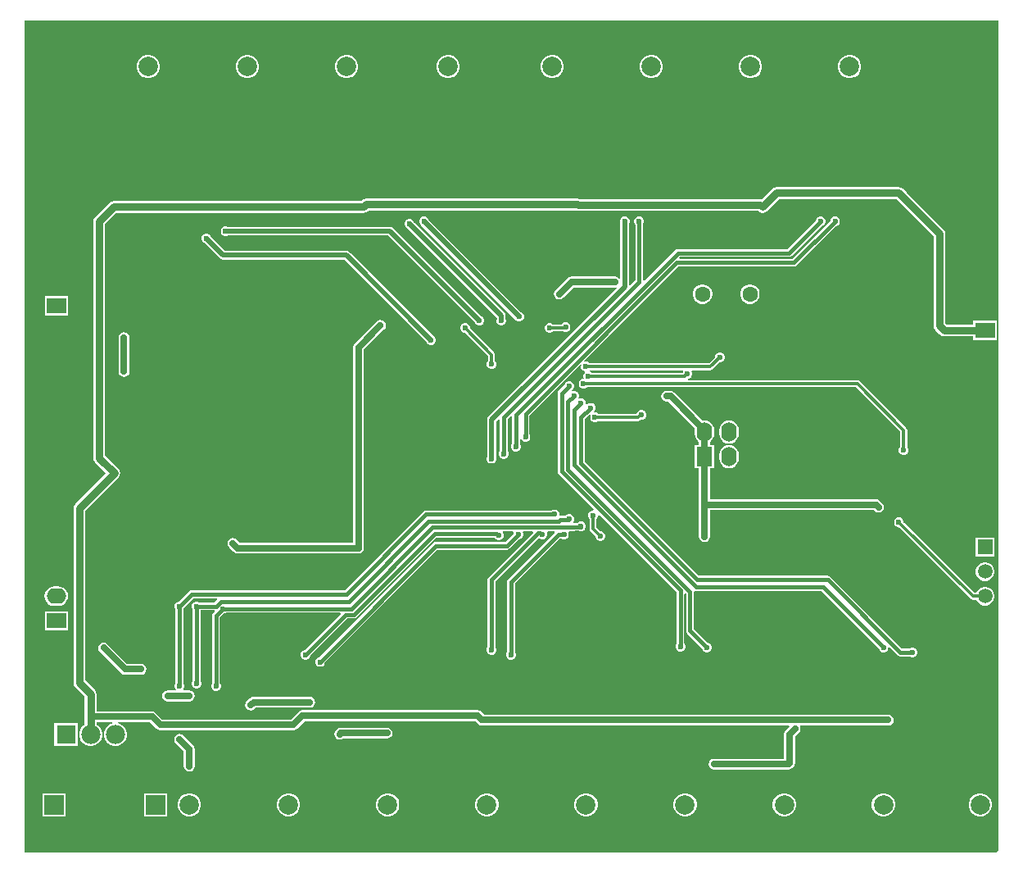
<source format=gbl>
G04*
G04 #@! TF.GenerationSoftware,Altium Limited,Altium Designer,22.7.1 (60)*
G04*
G04 Layer_Physical_Order=2*
G04 Layer_Color=16711680*
%FSLAX44Y44*%
%MOMM*%
G71*
G04*
G04 #@! TF.SameCoordinates,3B3FF853-3F63-4CB7-AB95-564DBE59FAD3*
G04*
G04*
G04 #@! TF.FilePolarity,Positive*
G04*
G01*
G75*
%ADD64C,0.7000*%
%ADD66C,0.4000*%
%ADD67C,0.3000*%
%ADD68C,0.5000*%
%ADD69R,2.0000X2.0000*%
%ADD70C,2.0000*%
%ADD71R,2.0000X1.6000*%
%ADD72O,2.0000X1.6000*%
%ADD73C,1.9800*%
%ADD74R,1.9800X1.9800*%
%ADD75C,1.5000*%
%ADD76R,1.5000X1.5000*%
%ADD77C,1.6000*%
%ADD78R,1.6000X2.0000*%
%ADD79O,1.6000X2.0000*%
%ADD80C,0.6000*%
%ADD81C,0.8000*%
G36*
X1014000Y13000D02*
X1012000Y11000D01*
X7000D01*
Y194000D01*
Y868730D01*
X7000Y869941D01*
X7006Y870000D01*
X8796Y870000D01*
X1014000D01*
Y13000D01*
D02*
G37*
%LPC*%
G36*
X861580Y834500D02*
X858420D01*
X855368Y833682D01*
X852632Y832102D01*
X850398Y829868D01*
X848818Y827132D01*
X848000Y824080D01*
Y820920D01*
X848818Y817868D01*
X850398Y815132D01*
X852632Y812898D01*
X855368Y811318D01*
X858420Y810500D01*
X861580D01*
X864632Y811318D01*
X867368Y812898D01*
X869602Y815132D01*
X871182Y817868D01*
X872000Y820920D01*
Y824080D01*
X871182Y827132D01*
X869602Y829868D01*
X867368Y832102D01*
X864632Y833682D01*
X861580Y834500D01*
D02*
G37*
G36*
X759080D02*
X755920D01*
X752868Y833682D01*
X750132Y832102D01*
X747898Y829868D01*
X746318Y827132D01*
X745500Y824080D01*
Y820920D01*
X746318Y817868D01*
X747898Y815132D01*
X750132Y812898D01*
X752868Y811318D01*
X755920Y810500D01*
X759080D01*
X762132Y811318D01*
X764868Y812898D01*
X767102Y815132D01*
X768682Y817868D01*
X769500Y820920D01*
Y824080D01*
X768682Y827132D01*
X767102Y829868D01*
X764868Y832102D01*
X762132Y833682D01*
X759080Y834500D01*
D02*
G37*
G36*
X656580D02*
X653420D01*
X650368Y833682D01*
X647632Y832102D01*
X645398Y829868D01*
X643818Y827132D01*
X643000Y824080D01*
Y820920D01*
X643818Y817868D01*
X645398Y815132D01*
X647632Y812898D01*
X650368Y811318D01*
X653420Y810500D01*
X656580D01*
X659632Y811318D01*
X662368Y812898D01*
X664602Y815132D01*
X666182Y817868D01*
X667000Y820920D01*
Y824080D01*
X666182Y827132D01*
X664602Y829868D01*
X662368Y832102D01*
X659632Y833682D01*
X656580Y834500D01*
D02*
G37*
G36*
X554080D02*
X550920D01*
X547868Y833682D01*
X545132Y832102D01*
X542898Y829868D01*
X541318Y827132D01*
X540500Y824080D01*
Y820920D01*
X541318Y817868D01*
X542898Y815132D01*
X545132Y812898D01*
X547868Y811318D01*
X550920Y810500D01*
X554080D01*
X557132Y811318D01*
X559868Y812898D01*
X562102Y815132D01*
X563682Y817868D01*
X564500Y820920D01*
Y824080D01*
X563682Y827132D01*
X562102Y829868D01*
X559868Y832102D01*
X557132Y833682D01*
X554080Y834500D01*
D02*
G37*
G36*
X446580D02*
X443420D01*
X440368Y833682D01*
X437632Y832102D01*
X435398Y829868D01*
X433818Y827132D01*
X433000Y824080D01*
Y820920D01*
X433818Y817868D01*
X435398Y815132D01*
X437632Y812898D01*
X440368Y811318D01*
X443420Y810500D01*
X446580D01*
X449632Y811318D01*
X452368Y812898D01*
X454602Y815132D01*
X456182Y817868D01*
X457000Y820920D01*
Y824080D01*
X456182Y827132D01*
X454602Y829868D01*
X452368Y832102D01*
X449632Y833682D01*
X446580Y834500D01*
D02*
G37*
G36*
X341580D02*
X338420D01*
X335368Y833682D01*
X332632Y832102D01*
X330398Y829868D01*
X328818Y827132D01*
X328000Y824080D01*
Y820920D01*
X328818Y817868D01*
X330398Y815132D01*
X332632Y812898D01*
X335368Y811318D01*
X338420Y810500D01*
X341580D01*
X344632Y811318D01*
X347368Y812898D01*
X349602Y815132D01*
X351182Y817868D01*
X352000Y820920D01*
Y824080D01*
X351182Y827132D01*
X349602Y829868D01*
X347368Y832102D01*
X344632Y833682D01*
X341580Y834500D01*
D02*
G37*
G36*
X239080D02*
X235920D01*
X232868Y833682D01*
X230132Y832102D01*
X227898Y829868D01*
X226318Y827132D01*
X225500Y824080D01*
Y820920D01*
X226318Y817868D01*
X227898Y815132D01*
X230132Y812898D01*
X232868Y811318D01*
X235920Y810500D01*
X239080D01*
X242132Y811318D01*
X244868Y812898D01*
X247102Y815132D01*
X248682Y817868D01*
X249500Y820920D01*
Y824080D01*
X248682Y827132D01*
X247102Y829868D01*
X244868Y832102D01*
X242132Y833682D01*
X239080Y834500D01*
D02*
G37*
G36*
X136580D02*
X133420D01*
X130368Y833682D01*
X127632Y832102D01*
X125398Y829868D01*
X123818Y827132D01*
X123000Y824080D01*
Y820920D01*
X123818Y817868D01*
X125398Y815132D01*
X127632Y812898D01*
X130368Y811318D01*
X133420Y810500D01*
X136580D01*
X139632Y811318D01*
X142368Y812898D01*
X144602Y815132D01*
X146182Y817868D01*
X147000Y820920D01*
Y824080D01*
X146182Y827132D01*
X144602Y829868D01*
X142368Y832102D01*
X139632Y833682D01*
X136580Y834500D01*
D02*
G37*
G36*
X911000Y698118D02*
X784500D01*
X782159Y697652D01*
X780174Y696326D01*
X769259Y685411D01*
X767945Y685672D01*
X581085D01*
X578847Y686118D01*
X360000D01*
X357659Y685652D01*
X355674Y684326D01*
X354966Y683617D01*
X99500D01*
X97159Y683152D01*
X95174Y681826D01*
X79988Y666639D01*
X78662Y664655D01*
X78196Y662314D01*
Y418186D01*
X78662Y415845D01*
X79988Y413861D01*
X91348Y402500D01*
X59674Y370826D01*
X58348Y368841D01*
X57882Y366500D01*
Y186000D01*
X58348Y183659D01*
X59674Y181674D01*
X69383Y171966D01*
Y151000D01*
Y142709D01*
X68193Y142022D01*
X65978Y139807D01*
X64411Y137093D01*
X63600Y134067D01*
Y130933D01*
X64411Y127907D01*
X65978Y125193D01*
X68193Y122978D01*
X70907Y121411D01*
X73933Y120600D01*
X77067D01*
X80093Y121411D01*
X82807Y122978D01*
X85022Y125193D01*
X86589Y127907D01*
X87400Y130933D01*
Y134067D01*
X86589Y137093D01*
X85022Y139807D01*
X82807Y142022D01*
X81617Y142709D01*
Y145392D01*
X98230D01*
X98397Y144122D01*
X96407Y143589D01*
X93693Y142022D01*
X91478Y139807D01*
X89911Y137093D01*
X89100Y134067D01*
Y130933D01*
X89911Y127907D01*
X91478Y125193D01*
X93693Y122978D01*
X96407Y121411D01*
X99433Y120600D01*
X102567D01*
X105593Y121411D01*
X108307Y122978D01*
X110522Y125193D01*
X112089Y127907D01*
X112900Y130933D01*
Y134067D01*
X112089Y137093D01*
X110522Y139807D01*
X108307Y142022D01*
X105593Y143589D01*
X103603Y144122D01*
X103770Y145392D01*
X136677D01*
X143535Y138535D01*
X145354Y137319D01*
X147500Y136892D01*
X285000D01*
X287146Y137319D01*
X288965Y138535D01*
X296823Y146392D01*
X473177D01*
X476035Y143535D01*
X477854Y142319D01*
X480000Y141892D01*
X797421D01*
X797907Y140719D01*
X794035Y136846D01*
X792819Y135027D01*
X792392Y132881D01*
Y107608D01*
X720000D01*
X717854Y107181D01*
X716035Y105965D01*
X714819Y104146D01*
X714392Y102000D01*
X714819Y99854D01*
X716035Y98035D01*
X717854Y96819D01*
X720000Y96392D01*
X797000D01*
X799146Y96819D01*
X800965Y98035D01*
X801965Y99035D01*
X803181Y100854D01*
X803608Y103000D01*
Y130558D01*
X807584Y134535D01*
X808800Y136354D01*
X809227Y138500D01*
X808800Y140646D01*
X808716Y140772D01*
X809314Y141892D01*
X900000D01*
X902146Y142319D01*
X903965Y143535D01*
X905181Y145354D01*
X905608Y147500D01*
X905181Y149646D01*
X903965Y151465D01*
X902146Y152681D01*
X900000Y153108D01*
X482323D01*
X479465Y155965D01*
X477646Y157181D01*
X475500Y157608D01*
X294500D01*
X292354Y157181D01*
X290535Y155965D01*
X282677Y148108D01*
X149823D01*
X142965Y154965D01*
X141146Y156181D01*
X139000Y156608D01*
X81617D01*
Y174500D01*
X81152Y176841D01*
X79826Y178826D01*
X70118Y188534D01*
Y363966D01*
X104326Y398174D01*
X105652Y400159D01*
X106117Y402500D01*
X105652Y404841D01*
X104326Y406826D01*
X90431Y420720D01*
Y659780D01*
X102034Y671383D01*
X357500D01*
X359841Y671848D01*
X361826Y673174D01*
X362534Y673883D01*
X577053D01*
X579292Y673437D01*
X765411D01*
X765674Y673174D01*
X767659Y671848D01*
X770000Y671383D01*
X772341Y671848D01*
X774326Y673174D01*
X787034Y685882D01*
X908466D01*
X910670Y683678D01*
X910670Y683678D01*
X946882Y647466D01*
Y554686D01*
X947348Y552345D01*
X948674Y550360D01*
X953361Y545674D01*
X955345Y544348D01*
X957686Y543882D01*
X988000D01*
Y540000D01*
X1012000D01*
Y560000D01*
X988000D01*
Y556118D01*
X960220D01*
X959118Y557220D01*
Y650000D01*
X958652Y652341D01*
X957326Y654326D01*
X919322Y692330D01*
X919322Y692330D01*
X915326Y696326D01*
X913341Y697652D01*
X911000Y698118D01*
D02*
G37*
G36*
X845995Y667500D02*
X844005D01*
X842168Y666739D01*
X840761Y665332D01*
X840000Y663495D01*
Y663268D01*
X800811Y624078D01*
X684678D01*
X684061Y625348D01*
X684509Y625922D01*
X797500D01*
X797500Y625922D01*
X799061Y626232D01*
X800384Y627116D01*
X830768Y657500D01*
X830995D01*
X832832Y658261D01*
X834239Y659668D01*
X835000Y661505D01*
Y663495D01*
X834239Y665332D01*
X832832Y666739D01*
X830995Y667500D01*
X829005D01*
X827168Y666739D01*
X825761Y665332D01*
X825000Y663495D01*
Y663268D01*
X795811Y634078D01*
X682500D01*
X682500Y634078D01*
X680939Y633768D01*
X679616Y632884D01*
X679616Y632884D01*
X647848Y601116D01*
X646578Y601642D01*
Y659507D01*
X646739Y659668D01*
X647500Y661505D01*
Y663495D01*
X646739Y665332D01*
X645332Y666739D01*
X643495Y667500D01*
X641505D01*
X639668Y666739D01*
X638261Y665332D01*
X637500Y663495D01*
Y661505D01*
X638261Y659668D01*
X638422Y659507D01*
Y601689D01*
X633261Y596529D01*
X632088Y597015D01*
Y660511D01*
X632500Y661505D01*
Y663495D01*
X631739Y665332D01*
X630332Y666739D01*
X628495Y667500D01*
X626505D01*
X624668Y666739D01*
X623261Y665332D01*
X622500Y663495D01*
Y661505D01*
X622912Y660511D01*
Y604086D01*
X621642Y603701D01*
X621465Y603965D01*
X619646Y605181D01*
X617500Y605608D01*
X572500D01*
X570354Y605181D01*
X568535Y603965D01*
X556035Y591465D01*
X554819Y589646D01*
X554392Y587500D01*
X554819Y585354D01*
X556035Y583535D01*
X557854Y582319D01*
X560000Y581892D01*
X562146Y582319D01*
X563965Y583535D01*
X574823Y594392D01*
X617500D01*
X618883Y594667D01*
X619508Y593497D01*
X486756Y460744D01*
X485761Y459256D01*
X485412Y457500D01*
Y419489D01*
X485000Y418495D01*
Y416505D01*
X485761Y414668D01*
X487168Y413261D01*
X489005Y412500D01*
X490995D01*
X492832Y413261D01*
X494239Y414668D01*
X495000Y416505D01*
Y418495D01*
X494588Y419489D01*
Y455600D01*
X497248Y458260D01*
X498422Y457774D01*
Y425493D01*
X498261Y425332D01*
X497500Y423495D01*
Y421505D01*
X498261Y419668D01*
X499668Y418261D01*
X501505Y417500D01*
X503495D01*
X505332Y418261D01*
X506739Y419668D01*
X507500Y421505D01*
Y423495D01*
X506739Y425332D01*
X506578Y425493D01*
Y458311D01*
X509652Y461384D01*
X510922Y460858D01*
Y432993D01*
X510761Y432832D01*
X510000Y430995D01*
Y429005D01*
X510761Y427168D01*
X512168Y425761D01*
X514005Y425000D01*
X515995D01*
X517832Y425761D01*
X519239Y427168D01*
X520000Y429005D01*
Y430995D01*
X519239Y432832D01*
X519078Y432993D01*
Y437912D01*
X520348Y438164D01*
X520761Y437168D01*
X522168Y435761D01*
X524005Y435000D01*
X525995D01*
X527832Y435761D01*
X529239Y437168D01*
X530000Y439005D01*
Y440995D01*
X529239Y442832D01*
X529078Y442993D01*
Y462210D01*
X581665Y514796D01*
X582741Y514077D01*
X582500Y513495D01*
Y511505D01*
X583261Y509668D01*
X584668Y508261D01*
X586242Y507609D01*
X586600Y506714D01*
X586659Y506230D01*
X585761Y505332D01*
X585000Y503495D01*
Y501505D01*
X585186Y501056D01*
X584481Y500000D01*
X584005D01*
X582168Y499239D01*
X580761Y497832D01*
X580000Y495995D01*
Y494005D01*
X580761Y492168D01*
X582168Y490761D01*
X584005Y490000D01*
X585995D01*
X587832Y490761D01*
X588503Y491431D01*
X866522D01*
X912431Y445522D01*
Y429502D01*
X911761Y428832D01*
X911000Y426995D01*
Y425005D01*
X911761Y423168D01*
X913168Y421761D01*
X915005Y421000D01*
X916995D01*
X918832Y421761D01*
X920239Y423168D01*
X921000Y425005D01*
Y426995D01*
X920239Y428832D01*
X919569Y429502D01*
Y447000D01*
X919297Y448366D01*
X918523Y449523D01*
X870523Y497523D01*
X869366Y498297D01*
X868000Y498569D01*
X693357D01*
X692718Y499839D01*
X692838Y500000D01*
X693495D01*
X695332Y500761D01*
X696739Y502168D01*
X697500Y504005D01*
Y505995D01*
X696810Y507661D01*
X697299Y508931D01*
X716144D01*
X717510Y509203D01*
X718668Y509977D01*
X726023Y517332D01*
X726971D01*
X728809Y518094D01*
X730216Y519500D01*
X730977Y521338D01*
Y523327D01*
X730216Y525165D01*
X728809Y526571D01*
X726971Y527332D01*
X724982D01*
X723145Y526571D01*
X721738Y525165D01*
X720977Y523327D01*
Y522379D01*
X714666Y516069D01*
X591003D01*
X590332Y516739D01*
X588495Y517500D01*
X586505D01*
X585923Y517259D01*
X585204Y518335D01*
X682790Y615922D01*
X802500D01*
X802500Y615922D01*
X804061Y616232D01*
X805384Y617116D01*
X845768Y657500D01*
X845995D01*
X847832Y658261D01*
X849239Y659668D01*
X850000Y661505D01*
Y663495D01*
X849239Y665332D01*
X847832Y666739D01*
X845995Y667500D01*
D02*
G37*
G36*
X758316Y597500D02*
X755684D01*
X753140Y596819D01*
X750860Y595502D01*
X748998Y593640D01*
X747682Y591360D01*
X747000Y588816D01*
Y586184D01*
X747682Y583640D01*
X748998Y581360D01*
X750860Y579498D01*
X753140Y578181D01*
X755684Y577500D01*
X758316D01*
X760860Y578181D01*
X763140Y579498D01*
X765002Y581360D01*
X766319Y583640D01*
X767000Y586184D01*
Y588816D01*
X766319Y591360D01*
X765002Y593640D01*
X763140Y595502D01*
X760860Y596819D01*
X758316Y597500D01*
D02*
G37*
G36*
X709316D02*
X706684D01*
X704140Y596819D01*
X701860Y595502D01*
X699998Y593640D01*
X698681Y591360D01*
X698000Y588816D01*
Y586184D01*
X698681Y583640D01*
X699998Y581360D01*
X701860Y579498D01*
X704140Y578181D01*
X706684Y577500D01*
X709316D01*
X711860Y578181D01*
X714140Y579498D01*
X716002Y581360D01*
X717318Y583640D01*
X718000Y586184D01*
Y588816D01*
X717318Y591360D01*
X716002Y593640D01*
X714140Y595502D01*
X711860Y596819D01*
X709316Y597500D01*
D02*
G37*
G36*
X52000Y585400D02*
X28000D01*
Y565400D01*
X52000D01*
Y585400D01*
D02*
G37*
G36*
X420995Y667500D02*
X419005D01*
X417168Y666739D01*
X415761Y665332D01*
X415000Y663495D01*
Y661505D01*
X415761Y659668D01*
X417168Y658261D01*
X418162Y657849D01*
X513796Y562215D01*
X514208Y561221D01*
X515614Y559814D01*
X517452Y559053D01*
X519441D01*
X521279Y559814D01*
X522686Y561221D01*
X523447Y563059D01*
Y565048D01*
X522686Y566886D01*
X521279Y568292D01*
X520285Y568704D01*
X424651Y664338D01*
X424239Y665332D01*
X422832Y666739D01*
X420995Y667500D01*
D02*
G37*
G36*
X567495Y558074D02*
X565505D01*
X563668Y557313D01*
X562710Y556356D01*
X553215D01*
X552832Y556739D01*
X550995Y557500D01*
X549005D01*
X547168Y556739D01*
X545761Y555332D01*
X545000Y553495D01*
Y551506D01*
X545761Y549668D01*
X547168Y548261D01*
X549005Y547500D01*
X550995D01*
X552832Y548261D01*
X553789Y549218D01*
X563284D01*
X563668Y548835D01*
X565505Y548074D01*
X567495D01*
X569332Y548835D01*
X570739Y550242D01*
X571500Y552080D01*
Y554069D01*
X570739Y555906D01*
X569332Y557313D01*
X567495Y558074D01*
D02*
G37*
G36*
X405995Y665000D02*
X404005D01*
X402168Y664239D01*
X400761Y662832D01*
X400000Y660995D01*
Y659005D01*
X400761Y657168D01*
X402168Y655761D01*
X403162Y655349D01*
X495412Y563100D01*
Y561989D01*
X495000Y560995D01*
Y559005D01*
X495761Y557168D01*
X497168Y555761D01*
X499005Y555000D01*
X500995D01*
X502832Y555761D01*
X504239Y557168D01*
X505000Y559005D01*
Y560995D01*
X504588Y561989D01*
Y565000D01*
X504239Y566756D01*
X503244Y568244D01*
X409651Y661838D01*
X409239Y662832D01*
X407832Y664239D01*
X405995Y665000D01*
D02*
G37*
G36*
X215995Y657500D02*
X214005D01*
X212168Y656739D01*
X210761Y655332D01*
X210000Y653495D01*
Y651505D01*
X210761Y649668D01*
X212168Y648261D01*
X214005Y647500D01*
X215995D01*
X216989Y647912D01*
X383100D01*
X472849Y558162D01*
X473261Y557168D01*
X474668Y555761D01*
X476505Y555000D01*
X478495D01*
X480332Y555761D01*
X481739Y557168D01*
X482500Y559005D01*
Y560995D01*
X481739Y562832D01*
X480332Y564239D01*
X479338Y564651D01*
X388244Y655744D01*
X386756Y656739D01*
X385000Y657088D01*
X216989D01*
X215995Y657500D01*
D02*
G37*
G36*
X195995Y650000D02*
X194005D01*
X192168Y649239D01*
X190761Y647832D01*
X190000Y645995D01*
Y644005D01*
X190761Y642168D01*
X192168Y640761D01*
X193162Y640349D01*
X209256Y624256D01*
X210744Y623261D01*
X212500Y622912D01*
X338100D01*
X422849Y538162D01*
X423261Y537168D01*
X424668Y535761D01*
X426505Y535000D01*
X428495D01*
X430332Y535761D01*
X431739Y537168D01*
X432500Y539005D01*
Y540995D01*
X431739Y542832D01*
X430332Y544239D01*
X429338Y544651D01*
X343244Y630744D01*
X341756Y631739D01*
X340000Y632088D01*
X214401D01*
X199651Y646838D01*
X199239Y647832D01*
X197832Y649239D01*
X195995Y650000D01*
D02*
G37*
G36*
X463495Y557500D02*
X461505D01*
X459668Y556739D01*
X458261Y555332D01*
X457500Y553495D01*
Y551506D01*
X458261Y549668D01*
X459668Y548261D01*
X461505Y547500D01*
X462453D01*
X486431Y523522D01*
Y518503D01*
X485761Y517832D01*
X485000Y515995D01*
Y514005D01*
X485761Y512168D01*
X487168Y510761D01*
X489005Y510000D01*
X490995D01*
X492832Y510761D01*
X494239Y512168D01*
X495000Y514005D01*
Y515995D01*
X494239Y517832D01*
X493569Y518503D01*
Y525000D01*
X493297Y526366D01*
X492523Y527523D01*
X467500Y552547D01*
Y553495D01*
X466739Y555332D01*
X465332Y556739D01*
X463495Y557500D01*
D02*
G37*
G36*
X110000Y548108D02*
X107854Y547681D01*
X106035Y546465D01*
X104819Y544646D01*
X104392Y542500D01*
Y507500D01*
X104819Y505354D01*
X106035Y503535D01*
X107854Y502319D01*
X110000Y501892D01*
X112146Y502319D01*
X113965Y503535D01*
X115181Y505354D01*
X115608Y507500D01*
Y542500D01*
X115181Y544646D01*
X113965Y546465D01*
X112146Y547681D01*
X110000Y548108D01*
D02*
G37*
G36*
X570995Y497500D02*
X569005D01*
X567168Y496739D01*
X565761Y495332D01*
X565000Y493495D01*
Y493268D01*
X559616Y487884D01*
X558732Y486561D01*
X558422Y485000D01*
X558422Y485000D01*
Y404015D01*
X558422Y404015D01*
X558732Y402454D01*
X559616Y401131D01*
X595477Y365270D01*
X594951Y364000D01*
X594005D01*
X592168Y363239D01*
X590761Y361832D01*
X590000Y359995D01*
Y358005D01*
X590761Y356168D01*
X591431Y355498D01*
Y345000D01*
X591703Y343634D01*
X592477Y342477D01*
X597500Y337453D01*
Y336505D01*
X598261Y334668D01*
X599668Y333261D01*
X601505Y332500D01*
X603495D01*
X605332Y333261D01*
X606739Y334668D01*
X607500Y336505D01*
Y338495D01*
X606739Y340332D01*
X605332Y341739D01*
X603495Y342500D01*
X602547D01*
X598569Y346478D01*
Y355498D01*
X599239Y356168D01*
X600000Y358005D01*
Y358951D01*
X601270Y359477D01*
X681003Y279744D01*
Y226463D01*
X680843Y226303D01*
X680082Y224465D01*
Y222476D01*
X680843Y220638D01*
X682249Y219231D01*
X684087Y218470D01*
X686076D01*
X687914Y219231D01*
X689321Y220638D01*
X690082Y222476D01*
Y224465D01*
X689321Y226303D01*
X689160Y226463D01*
Y277574D01*
X690430Y278203D01*
X690922Y277828D01*
Y240000D01*
X690922Y240000D01*
X691232Y238439D01*
X692116Y237116D01*
X707500Y221732D01*
Y221505D01*
X708261Y219668D01*
X709668Y218261D01*
X711505Y217500D01*
X713495D01*
X715332Y218261D01*
X716739Y219668D01*
X717500Y221505D01*
Y223495D01*
X716739Y225332D01*
X715332Y226739D01*
X713495Y227500D01*
X713268D01*
X699078Y241689D01*
Y280000D01*
X699078Y280000D01*
X699012Y280334D01*
X699483Y280783D01*
X700135Y281196D01*
X701515Y280922D01*
X830811D01*
X890000Y221732D01*
Y221505D01*
X890761Y219668D01*
X892168Y218261D01*
X894005Y217500D01*
X895995D01*
X897832Y218261D01*
X899239Y219668D01*
X900000Y221505D01*
Y222436D01*
X901270Y222962D01*
X909616Y214616D01*
X909616Y214616D01*
X910939Y213732D01*
X912500Y213422D01*
X912500Y213422D01*
X922007D01*
X922168Y213261D01*
X924005Y212500D01*
X925995D01*
X927832Y213261D01*
X929239Y214668D01*
X930000Y216505D01*
Y218495D01*
X929239Y220332D01*
X927832Y221739D01*
X925995Y222500D01*
X924005D01*
X922168Y221739D01*
X922007Y221578D01*
X914189D01*
X840384Y295384D01*
X839061Y296268D01*
X837500Y296578D01*
X837500Y296578D01*
X704189D01*
X586578Y414189D01*
Y458355D01*
X591414Y463191D01*
X592491Y462471D01*
X591879Y460995D01*
Y459005D01*
X592640Y457168D01*
X594047Y455761D01*
X595884Y455000D01*
X597873D01*
X599711Y455761D01*
X600381Y456431D01*
X641688D01*
X643054Y456703D01*
X644212Y457477D01*
X644235Y457500D01*
X645995D01*
X647832Y458261D01*
X649239Y459668D01*
X650000Y461505D01*
Y463495D01*
X649239Y465332D01*
X647832Y466739D01*
X645995Y467500D01*
X644005D01*
X642168Y466739D01*
X640761Y465332D01*
X640031Y463569D01*
X600381D01*
X599711Y464239D01*
X597873Y465000D01*
X596367D01*
X595811Y466239D01*
X596739Y467168D01*
X597500Y469005D01*
Y470995D01*
X596739Y472832D01*
X595332Y474239D01*
X593495Y475000D01*
X591505D01*
X589668Y474239D01*
X588479Y473050D01*
X587402Y473769D01*
X587500Y474005D01*
Y475995D01*
X586739Y477832D01*
X585332Y479239D01*
X583495Y480000D01*
X581505D01*
X580595Y479623D01*
X579623Y480595D01*
X580000Y481505D01*
Y483495D01*
X579239Y485332D01*
X577832Y486739D01*
X575995Y487500D01*
X574005D01*
X573769Y487402D01*
X573050Y488479D01*
X574239Y489668D01*
X575000Y491505D01*
Y493495D01*
X574239Y495332D01*
X572832Y496739D01*
X570995Y497500D01*
D02*
G37*
G36*
X735400Y457086D02*
X732790Y456743D01*
X730357Y455735D01*
X728268Y454132D01*
X726665Y452043D01*
X725657Y449610D01*
X725314Y447000D01*
Y443000D01*
X725657Y440390D01*
X726665Y437957D01*
X728268Y435868D01*
X730357Y434265D01*
X732790Y433257D01*
X734378Y433048D01*
X735197Y432940D01*
Y431660D01*
X734378Y431552D01*
X732790Y431343D01*
X730357Y430335D01*
X728268Y428732D01*
X726665Y426643D01*
X725657Y424211D01*
X725314Y421600D01*
Y417600D01*
X725657Y414990D01*
X726665Y412557D01*
X728268Y410468D01*
X730357Y408865D01*
X732790Y407857D01*
X735400Y407514D01*
X738010Y407857D01*
X740443Y408865D01*
X742532Y410468D01*
X744135Y412557D01*
X745143Y414990D01*
X745486Y417600D01*
Y421600D01*
X745143Y424211D01*
X744135Y426643D01*
X742532Y428732D01*
X740443Y430335D01*
X738010Y431343D01*
X736422Y431552D01*
X735603Y431660D01*
Y432940D01*
X736422Y433048D01*
X738010Y433257D01*
X740443Y434265D01*
X742532Y435868D01*
X744135Y437957D01*
X745143Y440390D01*
X745486Y443000D01*
Y447000D01*
X745143Y449610D01*
X744135Y452043D01*
X742532Y454132D01*
X740443Y455735D01*
X738010Y456743D01*
X735400Y457086D01*
D02*
G37*
G36*
X675000Y487608D02*
X671000D01*
X668854Y487181D01*
X667035Y485965D01*
X665819Y484146D01*
X665392Y482000D01*
X665819Y479854D01*
X667035Y478035D01*
X668854Y476819D01*
X671000Y476392D01*
X672677D01*
X700164Y448905D01*
X699914Y447000D01*
Y443000D01*
X700257Y440390D01*
X701265Y437957D01*
X702868Y435868D01*
X704392Y434698D01*
Y431600D01*
X700000D01*
Y407600D01*
X704392D01*
Y370000D01*
Y337000D01*
X704819Y334854D01*
X706035Y333035D01*
X707854Y331819D01*
X710000Y331392D01*
X712146Y331819D01*
X713965Y333035D01*
X715181Y334854D01*
X715608Y337000D01*
Y364392D01*
X885177D01*
X886035Y363535D01*
X887854Y362319D01*
X890000Y361892D01*
X892146Y362319D01*
X893965Y363535D01*
X895181Y365354D01*
X895608Y367500D01*
X895181Y369646D01*
X893965Y371465D01*
X891465Y373965D01*
X889646Y375181D01*
X887500Y375608D01*
X715608D01*
Y407600D01*
X720000D01*
Y431600D01*
X715608D01*
Y434698D01*
X717132Y435868D01*
X718735Y437957D01*
X719743Y440390D01*
X720086Y443000D01*
Y447000D01*
X719743Y449610D01*
X718735Y452043D01*
X717132Y454132D01*
X715043Y455735D01*
X712610Y456743D01*
X710000Y457086D01*
X708095Y456836D01*
X678965Y485965D01*
X677146Y487181D01*
X675000Y487608D01*
D02*
G37*
G36*
X555995Y365000D02*
X554005D01*
X552168Y364239D01*
X552007Y364078D01*
X422500D01*
X420939Y363768D01*
X419616Y362884D01*
X419616Y362884D01*
X338311Y281578D01*
X180000D01*
X178439Y281268D01*
X177116Y280384D01*
X177116Y280384D01*
X166732Y270000D01*
X166505D01*
X164668Y269239D01*
X163261Y267832D01*
X162500Y265995D01*
Y264005D01*
X163261Y262168D01*
X163422Y262007D01*
Y185493D01*
X163261Y185332D01*
X162500Y183495D01*
Y181505D01*
X163261Y179668D01*
X163551Y179378D01*
X163025Y178108D01*
X155000D01*
X152854Y177681D01*
X151035Y176465D01*
X149819Y174646D01*
X149392Y172500D01*
X149819Y170354D01*
X151035Y168535D01*
X152854Y167319D01*
X155000Y166892D01*
X177500D01*
X179646Y167319D01*
X181465Y168535D01*
X182681Y170354D01*
X183108Y172500D01*
X182681Y174646D01*
X181465Y176465D01*
X179646Y177681D01*
X177500Y178108D01*
X171975D01*
X171449Y179378D01*
X171739Y179668D01*
X172500Y181505D01*
Y183495D01*
X171739Y185332D01*
X171578Y185493D01*
Y262007D01*
X171739Y262168D01*
X172500Y264005D01*
Y264232D01*
X181689Y273422D01*
X205958D01*
X206485Y272152D01*
X203411Y269078D01*
X187993D01*
X187832Y269239D01*
X185995Y270000D01*
X184005D01*
X182168Y269239D01*
X180761Y267832D01*
X180000Y265995D01*
Y264005D01*
X180761Y262168D01*
X180922Y262007D01*
Y187993D01*
X180761Y187832D01*
X180000Y185995D01*
Y184005D01*
X180761Y182168D01*
X182168Y180761D01*
X184005Y180000D01*
X185995D01*
X187832Y180761D01*
X189239Y182168D01*
X190000Y184005D01*
Y185995D01*
X189239Y187832D01*
X189078Y187993D01*
Y260922D01*
X203358D01*
X203884Y259652D01*
X202116Y257884D01*
X201232Y256561D01*
X200922Y255000D01*
X200922Y255000D01*
Y185493D01*
X200761Y185332D01*
X200000Y183495D01*
Y181505D01*
X200761Y179668D01*
X202168Y178261D01*
X204005Y177500D01*
X205995D01*
X207832Y178261D01*
X209239Y179668D01*
X210000Y181505D01*
Y183495D01*
X209239Y185332D01*
X209078Y185493D01*
Y253311D01*
X213268Y257500D01*
X213495D01*
X215332Y258261D01*
X215493Y258422D01*
X333495D01*
X333981Y257248D01*
X296732Y220000D01*
X296505D01*
X294668Y219239D01*
X293261Y217832D01*
X292500Y215995D01*
Y214005D01*
X293261Y212168D01*
X294668Y210761D01*
X296505Y210000D01*
X298495D01*
X300332Y210761D01*
X301739Y212168D01*
X302500Y214005D01*
Y214232D01*
X340689Y252422D01*
X347485D01*
X347485Y252422D01*
X349046Y252732D01*
X350369Y253616D01*
X432675Y335922D01*
X492949D01*
X493261Y335168D01*
X494668Y333761D01*
X496505Y333000D01*
X498495D01*
X500332Y333761D01*
X501739Y335168D01*
X502500Y337005D01*
Y338994D01*
X501739Y340832D01*
X501419Y341152D01*
X501945Y342422D01*
X511924D01*
X512772Y341152D01*
X512500Y340495D01*
Y340268D01*
X503811Y331578D01*
X432500D01*
X432500Y331578D01*
X430939Y331268D01*
X429616Y330384D01*
X429616Y330384D01*
X311732Y212500D01*
X311505D01*
X309668Y211739D01*
X308261Y210332D01*
X307500Y208495D01*
Y206505D01*
X308261Y204668D01*
X309668Y203261D01*
X311505Y202500D01*
X313495D01*
X315332Y203261D01*
X316739Y204668D01*
X317500Y206505D01*
Y206732D01*
X434189Y323422D01*
X505500D01*
X505500Y323422D01*
X507061Y323732D01*
X508384Y324616D01*
X518268Y334500D01*
X518495D01*
X520332Y335261D01*
X521739Y336668D01*
X522500Y338506D01*
Y340495D01*
X522228Y341152D01*
X523076Y342422D01*
X532495D01*
X532981Y341248D01*
X487116Y295384D01*
X486232Y294061D01*
X485922Y292500D01*
X485922Y292500D01*
Y222993D01*
X485761Y222832D01*
X485000Y220995D01*
Y219005D01*
X485761Y217168D01*
X487168Y215761D01*
X489005Y215000D01*
X490995D01*
X492832Y215761D01*
X494239Y217168D01*
X495000Y219005D01*
Y220995D01*
X494239Y222832D01*
X494078Y222993D01*
Y290811D01*
X539098Y335831D01*
X539668Y335261D01*
X541505Y334500D01*
X543495D01*
X545332Y335261D01*
X546739Y336668D01*
X547500Y338506D01*
Y340495D01*
X547228Y341152D01*
X548077Y342422D01*
X554858D01*
X555384Y341152D01*
X507116Y292884D01*
X506232Y291561D01*
X505922Y290000D01*
X505922Y290000D01*
Y217993D01*
X505761Y217832D01*
X505000Y215995D01*
Y214005D01*
X505761Y212168D01*
X507168Y210761D01*
X509005Y210000D01*
X510995D01*
X512832Y210761D01*
X514239Y212168D01*
X515000Y214005D01*
Y215995D01*
X514239Y217832D01*
X514078Y217993D01*
Y288311D01*
X561189Y335421D01*
X561955Y334654D01*
X563793Y333893D01*
X565782D01*
X567620Y334654D01*
X569026Y336061D01*
X569787Y337899D01*
Y339888D01*
X569264Y341152D01*
X569990Y342422D01*
X573899D01*
X573899Y342422D01*
X575460Y342732D01*
X575919Y343039D01*
X580204D01*
X581505Y342500D01*
X583495D01*
X585332Y343261D01*
X586739Y344668D01*
X587500Y346505D01*
Y348495D01*
X586739Y350332D01*
X585332Y351739D01*
X583495Y352500D01*
X581505D01*
X579668Y351739D01*
X579125Y351196D01*
X575063D01*
X574730Y351589D01*
X574359Y352331D01*
X574346Y352426D01*
X575000Y354005D01*
Y355995D01*
X574239Y357832D01*
X572832Y359239D01*
X570995Y360000D01*
X569005D01*
X567168Y359239D01*
X566625Y358696D01*
X561173D01*
X561096Y358716D01*
X560000Y359768D01*
Y360995D01*
X559239Y362832D01*
X557832Y364239D01*
X555995Y365000D01*
D02*
G37*
G36*
X375000Y560608D02*
X372854Y560181D01*
X371035Y558965D01*
X348535Y536465D01*
X347319Y534646D01*
X346892Y532500D01*
Y330608D01*
X229823D01*
X226465Y333965D01*
X224646Y335181D01*
X222500Y335608D01*
X220354Y335181D01*
X218535Y333965D01*
X217319Y332146D01*
X216892Y330000D01*
X217319Y327854D01*
X218535Y326035D01*
X223535Y321035D01*
X225354Y319819D01*
X227500Y319392D01*
X352500D01*
X354646Y319819D01*
X356465Y321035D01*
X357681Y322854D01*
X358108Y325000D01*
Y530177D01*
X378965Y551035D01*
X380181Y552854D01*
X380608Y555000D01*
X380181Y557146D01*
X378965Y558965D01*
X377146Y560181D01*
X375000Y560608D01*
D02*
G37*
G36*
X1009500Y335700D02*
X990500D01*
Y316700D01*
X1009500D01*
Y335700D01*
D02*
G37*
G36*
X1001251Y310300D02*
X998749D01*
X996333Y309653D01*
X994167Y308402D01*
X992398Y306633D01*
X991147Y304467D01*
X990500Y302051D01*
Y299549D01*
X991147Y297133D01*
X992398Y294967D01*
X994167Y293198D01*
X996333Y291947D01*
X998749Y291300D01*
X1001251D01*
X1003667Y291947D01*
X1005833Y293198D01*
X1007602Y294967D01*
X1008853Y297133D01*
X1009500Y299549D01*
Y302051D01*
X1008853Y304467D01*
X1007602Y306633D01*
X1005833Y308402D01*
X1003667Y309653D01*
X1001251Y310300D01*
D02*
G37*
G36*
X911995Y357000D02*
X910005D01*
X908168Y356239D01*
X906761Y354832D01*
X906000Y352995D01*
Y351005D01*
X906761Y349168D01*
X908168Y347761D01*
X910005Y347000D01*
X910953D01*
X985077Y272877D01*
X986234Y272103D01*
X987600Y271831D01*
X991121D01*
X991147Y271733D01*
X992398Y269567D01*
X994167Y267798D01*
X996333Y266547D01*
X998749Y265900D01*
X1001251D01*
X1003667Y266547D01*
X1005833Y267798D01*
X1007602Y269567D01*
X1008853Y271733D01*
X1009500Y274149D01*
Y276651D01*
X1008853Y279067D01*
X1007602Y281233D01*
X1005833Y283002D01*
X1003667Y284253D01*
X1001251Y284900D01*
X998749D01*
X996333Y284253D01*
X994167Y283002D01*
X992398Y281233D01*
X991147Y279067D01*
X991121Y278969D01*
X989078D01*
X916000Y352047D01*
Y352995D01*
X915239Y354832D01*
X913832Y356239D01*
X911995Y357000D01*
D02*
G37*
G36*
X42000Y285486D02*
X38000D01*
X35389Y285143D01*
X32957Y284135D01*
X30868Y282532D01*
X29265Y280443D01*
X28257Y278011D01*
X27914Y275400D01*
X28257Y272789D01*
X29265Y270357D01*
X30868Y268268D01*
X32957Y266665D01*
X35389Y265657D01*
X38000Y265314D01*
X42000D01*
X44611Y265657D01*
X47043Y266665D01*
X49132Y268268D01*
X50735Y270357D01*
X51743Y272789D01*
X52086Y275400D01*
X51743Y278011D01*
X50735Y280443D01*
X49132Y282532D01*
X47043Y284135D01*
X44611Y285143D01*
X42000Y285486D01*
D02*
G37*
G36*
X52000Y260000D02*
X28000D01*
Y240000D01*
X52000D01*
Y260000D01*
D02*
G37*
G36*
X89000Y227608D02*
X86854Y227181D01*
X85035Y225965D01*
X83819Y224146D01*
X83392Y222000D01*
X83819Y219854D01*
X85035Y218035D01*
X107035Y196035D01*
X108854Y194819D01*
X111000Y194392D01*
X127500D01*
X129646Y194819D01*
X131465Y196035D01*
X132681Y197854D01*
X133108Y200000D01*
X132681Y202146D01*
X131465Y203965D01*
X129646Y205181D01*
X127500Y205608D01*
X113323D01*
X92965Y225965D01*
X91146Y227181D01*
X89000Y227608D01*
D02*
G37*
G36*
X302000Y171608D02*
X244000D01*
X241854Y171181D01*
X240035Y169965D01*
X237035Y166965D01*
X235819Y165146D01*
X235392Y163000D01*
X235819Y160854D01*
X237035Y159035D01*
X238854Y157819D01*
X241000Y157392D01*
X243146Y157819D01*
X244965Y159035D01*
X246323Y160392D01*
X302000D01*
X304146Y160819D01*
X305965Y162035D01*
X307181Y163854D01*
X307608Y166000D01*
X307181Y168146D01*
X305965Y169965D01*
X304146Y171181D01*
X302000Y171608D01*
D02*
G37*
G36*
X382000Y139608D02*
X334000D01*
X331854Y139181D01*
X330035Y137965D01*
X329035Y136965D01*
X327819Y135146D01*
X327392Y133000D01*
X327819Y130854D01*
X329035Y129035D01*
X330854Y127819D01*
X333000Y127392D01*
X335146Y127819D01*
X336004Y128392D01*
X382000D01*
X384146Y128819D01*
X385965Y130035D01*
X387181Y131854D01*
X387608Y134000D01*
X387181Y136146D01*
X385965Y137965D01*
X384146Y139181D01*
X382000Y139608D01*
D02*
G37*
G36*
X61900Y144400D02*
X38100D01*
Y120600D01*
X61900D01*
Y144400D01*
D02*
G37*
G36*
X167500Y133108D02*
X165354Y132681D01*
X163535Y131465D01*
X162319Y129646D01*
X161892Y127500D01*
X162319Y125354D01*
X163535Y123535D01*
X171892Y115177D01*
Y100000D01*
X172319Y97854D01*
X173535Y96035D01*
X175354Y94819D01*
X177500Y94392D01*
X179646Y94819D01*
X181465Y96035D01*
X182681Y97854D01*
X183108Y100000D01*
Y117500D01*
X182681Y119646D01*
X181465Y121465D01*
X171465Y131465D01*
X171465Y131465D01*
X169646Y132681D01*
X167500Y133108D01*
D02*
G37*
G36*
X996632Y72000D02*
X993472D01*
X990420Y71182D01*
X987684Y69602D01*
X985450Y67368D01*
X983870Y64632D01*
X983052Y61580D01*
Y58420D01*
X983870Y55368D01*
X985450Y52632D01*
X987684Y50398D01*
X990420Y48818D01*
X993472Y48000D01*
X996632D01*
X999684Y48818D01*
X1002420Y50398D01*
X1004654Y52632D01*
X1006234Y55368D01*
X1007052Y58420D01*
Y61580D01*
X1006234Y64632D01*
X1004654Y67368D01*
X1002420Y69602D01*
X999684Y71182D01*
X996632Y72000D01*
D02*
G37*
G36*
X896632D02*
X893472D01*
X890420Y71182D01*
X887684Y69602D01*
X885450Y67368D01*
X883870Y64632D01*
X883052Y61580D01*
Y58420D01*
X883870Y55368D01*
X885450Y52632D01*
X887684Y50398D01*
X890420Y48818D01*
X893472Y48000D01*
X896632D01*
X899684Y48818D01*
X902420Y50398D01*
X904654Y52632D01*
X906234Y55368D01*
X907052Y58420D01*
Y61580D01*
X906234Y64632D01*
X904654Y67368D01*
X902420Y69602D01*
X899684Y71182D01*
X896632Y72000D01*
D02*
G37*
G36*
X794132D02*
X790972D01*
X787920Y71182D01*
X785184Y69602D01*
X782950Y67368D01*
X781370Y64632D01*
X780552Y61580D01*
Y58420D01*
X781370Y55368D01*
X782950Y52632D01*
X785184Y50398D01*
X787920Y48818D01*
X790972Y48000D01*
X794132D01*
X797184Y48818D01*
X799920Y50398D01*
X802154Y52632D01*
X803734Y55368D01*
X804552Y58420D01*
Y61580D01*
X803734Y64632D01*
X802154Y67368D01*
X799920Y69602D01*
X797184Y71182D01*
X794132Y72000D01*
D02*
G37*
G36*
X691632D02*
X688472D01*
X685420Y71182D01*
X682684Y69602D01*
X680450Y67368D01*
X678870Y64632D01*
X678052Y61580D01*
Y58420D01*
X678870Y55368D01*
X680450Y52632D01*
X682684Y50398D01*
X685420Y48818D01*
X688472Y48000D01*
X691632D01*
X694684Y48818D01*
X697420Y50398D01*
X699654Y52632D01*
X701234Y55368D01*
X702052Y58420D01*
Y61580D01*
X701234Y64632D01*
X699654Y67368D01*
X697420Y69602D01*
X694684Y71182D01*
X691632Y72000D01*
D02*
G37*
G36*
X589132D02*
X585972D01*
X582920Y71182D01*
X580184Y69602D01*
X577950Y67368D01*
X576370Y64632D01*
X575552Y61580D01*
Y58420D01*
X576370Y55368D01*
X577950Y52632D01*
X580184Y50398D01*
X582920Y48818D01*
X585972Y48000D01*
X589132D01*
X592184Y48818D01*
X594920Y50398D01*
X597154Y52632D01*
X598734Y55368D01*
X599552Y58420D01*
Y61580D01*
X598734Y64632D01*
X597154Y67368D01*
X594920Y69602D01*
X592184Y71182D01*
X589132Y72000D01*
D02*
G37*
G36*
X486632D02*
X483472D01*
X480420Y71182D01*
X477684Y69602D01*
X475450Y67368D01*
X473870Y64632D01*
X473052Y61580D01*
Y58420D01*
X473870Y55368D01*
X475450Y52632D01*
X477684Y50398D01*
X480420Y48818D01*
X483472Y48000D01*
X486632D01*
X489684Y48818D01*
X492420Y50398D01*
X494654Y52632D01*
X496234Y55368D01*
X497052Y58420D01*
Y61580D01*
X496234Y64632D01*
X494654Y67368D01*
X492420Y69602D01*
X489684Y71182D01*
X486632Y72000D01*
D02*
G37*
G36*
X384132D02*
X380972D01*
X377920Y71182D01*
X375184Y69602D01*
X372950Y67368D01*
X371370Y64632D01*
X370552Y61580D01*
Y58420D01*
X371370Y55368D01*
X372950Y52632D01*
X375184Y50398D01*
X377920Y48818D01*
X380972Y48000D01*
X384132D01*
X387184Y48818D01*
X389920Y50398D01*
X392154Y52632D01*
X393734Y55368D01*
X394552Y58420D01*
Y61580D01*
X393734Y64632D01*
X392154Y67368D01*
X389920Y69602D01*
X387184Y71182D01*
X384132Y72000D01*
D02*
G37*
G36*
X281632D02*
X278472D01*
X275420Y71182D01*
X272684Y69602D01*
X270450Y67368D01*
X268870Y64632D01*
X268052Y61580D01*
Y58420D01*
X268870Y55368D01*
X270450Y52632D01*
X272684Y50398D01*
X275420Y48818D01*
X278472Y48000D01*
X281632D01*
X284684Y48818D01*
X287420Y50398D01*
X289654Y52632D01*
X291234Y55368D01*
X292052Y58420D01*
Y61580D01*
X291234Y64632D01*
X289654Y67368D01*
X287420Y69602D01*
X284684Y71182D01*
X281632Y72000D01*
D02*
G37*
G36*
X179132D02*
X175972D01*
X172920Y71182D01*
X170184Y69602D01*
X167950Y67368D01*
X166370Y64632D01*
X165552Y61580D01*
Y58420D01*
X166370Y55368D01*
X167950Y52632D01*
X170184Y50398D01*
X172920Y48818D01*
X175972Y48000D01*
X179132D01*
X182184Y48818D01*
X184920Y50398D01*
X187154Y52632D01*
X188734Y55368D01*
X189552Y58420D01*
Y61580D01*
X188734Y64632D01*
X187154Y67368D01*
X184920Y69602D01*
X182184Y71182D01*
X179132Y72000D01*
D02*
G37*
G36*
X154500D02*
X130500D01*
Y48000D01*
X154500D01*
Y72000D01*
D02*
G37*
G36*
X49500D02*
X25500D01*
Y48000D01*
X49500D01*
Y72000D01*
D02*
G37*
%LPD*%
G36*
X688190Y507661D02*
X687531Y506069D01*
X593503D01*
X592832Y506739D01*
X592218Y506993D01*
X591690Y508564D01*
X591820Y508782D01*
X592097Y508931D01*
X687701D01*
X688190Y507661D01*
D02*
G37*
D64*
X75500Y151000D02*
X139000D01*
X147500Y142500D02*
X285000D01*
X139000Y151000D02*
X147500Y142500D01*
X798000Y132881D02*
X803619Y138500D01*
X687500Y147500D02*
X900000D01*
X798000Y103000D02*
Y132881D01*
X480000Y147500D02*
X687500D01*
X475500Y152000D02*
X480000Y147500D01*
X294500Y152000D02*
X475500D01*
X285000Y142500D02*
X294500Y152000D01*
X244000Y166000D02*
X302000D01*
X241000Y163000D02*
X244000Y166000D01*
X333000Y133000D02*
X334000Y134000D01*
X382000D01*
X720000Y102000D02*
X797000D01*
X798000Y103000D01*
X671000Y482000D02*
X675000D01*
X710000Y447000D01*
Y419600D02*
Y447000D01*
Y337000D02*
Y370000D01*
X89000Y222000D02*
X111000Y200000D01*
X127500D01*
X110000Y507500D02*
Y542500D01*
X710000Y370000D02*
X887500D01*
X890000Y367500D01*
X710000Y370000D02*
Y419600D01*
X560000Y587500D02*
X572500Y600000D01*
X617500D01*
X155000Y172500D02*
X177500D01*
Y100000D02*
Y117500D01*
X167500Y127500D02*
X177500Y117500D01*
X167500Y127500D02*
X167500D01*
X352500Y532500D02*
X375000Y555000D01*
X352500Y325000D02*
Y532500D01*
X222500Y330000D02*
X227500Y325000D01*
X352500D01*
D66*
X642500Y600000D02*
Y662500D01*
X502500Y460000D02*
X642500Y600000D01*
X502500Y422500D02*
Y460000D01*
X515000Y462500D02*
X682500Y630000D01*
X525000Y463899D02*
X681100Y620000D01*
X682500Y630000D02*
X797500D01*
X515000Y430000D02*
Y462500D01*
X681100Y620000D02*
X802500D01*
X525000Y440000D02*
Y463899D01*
X562500Y404015D02*
Y485000D01*
X570000Y492500D01*
X422500Y360000D02*
X555000D01*
X340000Y277500D02*
X422500Y360000D01*
X559500Y339500D02*
X564787D01*
X561117Y354617D02*
X569617D01*
X570000Y355000D01*
X564787Y338893D02*
Y339500D01*
X559000Y352500D02*
X561117Y354617D01*
X425000Y352500D02*
X559000D01*
X345000Y262500D02*
X429000Y346500D01*
X573899D01*
X574517Y347117D01*
X342500Y270000D02*
X425000Y352500D01*
X582117Y347117D02*
X582500Y347500D01*
X574517Y347117D02*
X582117D01*
X510000Y290000D02*
X559500Y339500D01*
X490000Y292500D02*
X538000Y340500D01*
X505500Y327500D02*
X517500Y339500D01*
X538000Y340500D02*
X539477D01*
X432500Y327500D02*
X505500D01*
X210100Y270000D02*
X342500D01*
X180000Y277500D02*
X340000D01*
X167500Y265000D02*
X180000Y277500D01*
X562500Y404015D02*
X685082Y281433D01*
X568500Y406500D02*
X695000Y280000D01*
X575500Y411015D02*
X701515Y285000D01*
X568500Y406500D02*
Y476000D01*
X695000Y240000D02*
Y280000D01*
X701515Y285000D02*
X832500D01*
X575500Y411015D02*
Y468000D01*
X582500Y412500D02*
Y460044D01*
Y412500D02*
X702500Y292500D01*
X837500D01*
X685082Y223470D02*
Y281433D01*
X430985Y340000D02*
X494959D01*
X347485Y256500D02*
X430985Y340000D01*
X339000Y256500D02*
X347485D01*
X212500Y262500D02*
X345000D01*
X205100Y265000D02*
X210100Y270000D01*
X185000Y265000D02*
X205100D01*
X297500Y215000D02*
X339000Y256500D01*
X510000Y215000D02*
Y290000D01*
X490000Y220000D02*
Y292500D01*
X494959Y340000D02*
X496959Y338000D01*
X497500D01*
X312500Y207500D02*
X432500Y327500D01*
X582500Y460044D02*
X592456Y470000D01*
X837500Y292500D02*
X912500Y217500D01*
X925000D01*
X695000Y240000D02*
X712500Y222500D01*
X575500Y468000D02*
X582500Y475000D01*
X568500Y476000D02*
X575000Y482500D01*
X832500Y285000D02*
X895000Y222500D01*
X802500Y620000D02*
X845000Y662500D01*
X797500Y630000D02*
X830000Y662500D01*
X205000Y182500D02*
Y255000D01*
X212500Y262500D01*
X185000Y185000D02*
Y265000D01*
X167500Y182500D02*
Y265000D01*
D67*
X916000Y426000D02*
Y447000D01*
X868000Y495000D02*
X916000Y447000D01*
X585000Y495000D02*
X868000D01*
X987600Y275400D02*
X1000000D01*
X911000Y352000D02*
X987600Y275400D01*
X595000Y345000D02*
Y359000D01*
Y345000D02*
X602500Y337500D01*
X550000Y552500D02*
X550287Y552787D01*
X566213D01*
X566500Y553074D01*
X490000Y515000D02*
Y525000D01*
X462500Y552500D02*
X490000Y525000D01*
X716144Y512500D02*
X725977Y522332D01*
X587500Y512500D02*
X716144D01*
X689243Y502500D02*
X691743Y505000D01*
X692500D01*
X590000Y502500D02*
X689243D01*
X644188Y462500D02*
X645000D01*
X596879Y460000D02*
X641688D01*
X644188Y462500D01*
D68*
X627500Y595000D02*
Y662500D01*
X490000Y457500D02*
X627500Y595000D01*
X490000Y417500D02*
Y457500D01*
X340000Y627500D02*
X427500Y540000D01*
X212500Y627500D02*
X340000D01*
X215000Y652500D02*
X385000D01*
X477500Y560000D01*
X195000Y645000D02*
X212500Y627500D01*
X500000Y560000D02*
Y565000D01*
X405000Y660000D02*
X500000Y565000D01*
X420000Y662500D02*
X518447Y564053D01*
D69*
X895052Y822500D02*
D03*
X792552D02*
D03*
X690052D02*
D03*
X587552D02*
D03*
X480052D02*
D03*
X375052D02*
D03*
X272552D02*
D03*
X170052D02*
D03*
X960000Y60000D02*
D03*
X860000D02*
D03*
X757500D02*
D03*
X655000D02*
D03*
X552500D02*
D03*
X450000D02*
D03*
X347500D02*
D03*
X245000D02*
D03*
X142500D02*
D03*
X37500D02*
D03*
D70*
X860000Y822500D02*
D03*
X757500D02*
D03*
X655000D02*
D03*
X552500D02*
D03*
X445000D02*
D03*
X340000D02*
D03*
X237500D02*
D03*
X135000D02*
D03*
X995052Y60000D02*
D03*
X895052D02*
D03*
X792552D02*
D03*
X690052D02*
D03*
X587552D02*
D03*
X485052D02*
D03*
X382552D02*
D03*
X280052D02*
D03*
X177552D02*
D03*
X72552D02*
D03*
D71*
X40000Y575400D02*
D03*
X1000000Y550000D02*
D03*
X40000Y250000D02*
D03*
D72*
Y550000D02*
D03*
X1000000Y575400D02*
D03*
X40000Y275400D02*
D03*
D73*
X101000Y132500D02*
D03*
X75500D02*
D03*
D74*
X50000D02*
D03*
D75*
X1000000Y275400D02*
D03*
Y250000D02*
D03*
Y300800D02*
D03*
D76*
Y326200D02*
D03*
D77*
X757000Y587500D02*
D03*
X708000D02*
D03*
D78*
X710000Y419600D02*
D03*
D79*
X735400D02*
D03*
X760800Y419600D02*
D03*
X710000Y445000D02*
D03*
X735400D02*
D03*
X760800D02*
D03*
D80*
X803619Y138500D02*
D03*
X302000Y166000D02*
D03*
X241000Y163000D02*
D03*
X333000Y133000D02*
D03*
X382000Y134000D02*
D03*
X720000Y102000D02*
D03*
X285000Y142500D02*
D03*
X671000Y482000D02*
D03*
X916000Y426000D02*
D03*
X911000Y352000D02*
D03*
X710000Y337000D02*
D03*
X89000Y222000D02*
D03*
X477500Y402500D02*
D03*
X110000Y507500D02*
D03*
Y542500D02*
D03*
X595000Y359000D02*
D03*
X890000Y367500D02*
D03*
X100000Y402500D02*
D03*
X155000Y172500D02*
D03*
X177500D02*
D03*
Y100000D02*
D03*
X900000Y147500D02*
D03*
X687500D02*
D03*
X480000D02*
D03*
X770000Y677500D02*
D03*
X579292Y679555D02*
D03*
X360000Y680000D02*
D03*
X155000Y677500D02*
D03*
X167500Y127500D02*
D03*
X602500Y337500D02*
D03*
X550000Y552500D02*
D03*
X617500Y600000D02*
D03*
X560000Y587500D02*
D03*
X375000Y555000D02*
D03*
X427500Y540000D02*
D03*
X490000Y515000D02*
D03*
X462500Y552500D02*
D03*
X222500Y330000D02*
D03*
X352500Y325000D02*
D03*
X692500Y505000D02*
D03*
X570000Y492500D02*
D03*
X590000Y502500D02*
D03*
X587500Y512500D02*
D03*
X585000Y495000D02*
D03*
X725977Y522332D02*
D03*
X570000Y355000D02*
D03*
X555000Y360000D02*
D03*
X564787Y338893D02*
D03*
X517500Y339500D02*
D03*
X582500Y347500D02*
D03*
X542500Y339500D02*
D03*
X497500Y338000D02*
D03*
X592500Y470000D02*
D03*
X582500Y475000D02*
D03*
X575000Y482500D02*
D03*
X925000Y217500D02*
D03*
X596879Y460000D02*
D03*
X895000Y222500D02*
D03*
X712500D02*
D03*
X685082Y223470D02*
D03*
X525000Y440000D02*
D03*
X515000Y430000D02*
D03*
X502500Y422500D02*
D03*
X490000Y417500D02*
D03*
X510000Y215000D02*
D03*
X490000Y220000D02*
D03*
X312500Y207500D02*
D03*
X297500Y215000D02*
D03*
X477500Y560000D02*
D03*
X566500Y553074D02*
D03*
X645000Y462500D02*
D03*
X500000Y560000D02*
D03*
X845000Y662500D02*
D03*
X830000D02*
D03*
X642500D02*
D03*
X518447Y564053D02*
D03*
X627500Y662500D02*
D03*
X420000D02*
D03*
X405000Y660000D02*
D03*
X215000Y652500D02*
D03*
X195000Y645000D02*
D03*
X127500Y200000D02*
D03*
X212500Y262500D02*
D03*
X205000Y182500D02*
D03*
X185000Y265000D02*
D03*
Y185000D02*
D03*
X167500Y265000D02*
D03*
Y182500D02*
D03*
D81*
X75500Y151000D02*
Y174500D01*
Y132500D02*
Y151000D01*
X64000Y186000D02*
X75500Y174500D01*
X64000Y366500D02*
X100000Y402500D01*
X64000Y186000D02*
Y366500D01*
X84314Y418186D02*
Y662314D01*
Y418186D02*
X100000Y402500D01*
X84314Y662314D02*
X99500Y677500D01*
X155000D01*
X957686Y550000D02*
X1000000D01*
X953000Y554686D02*
Y650000D01*
Y554686D02*
X957686Y550000D01*
X911000Y692000D02*
X914996Y688004D01*
X953000Y650000D01*
X784500Y692000D02*
X911000D01*
X770000Y677500D02*
X784500Y692000D01*
X579292Y679555D02*
X767945D01*
X770000Y677500D01*
X360000Y680000D02*
X578847D01*
X579292Y679555D01*
X357500Y677500D02*
X360000Y680000D01*
X155000Y677500D02*
X357500D01*
M02*

</source>
